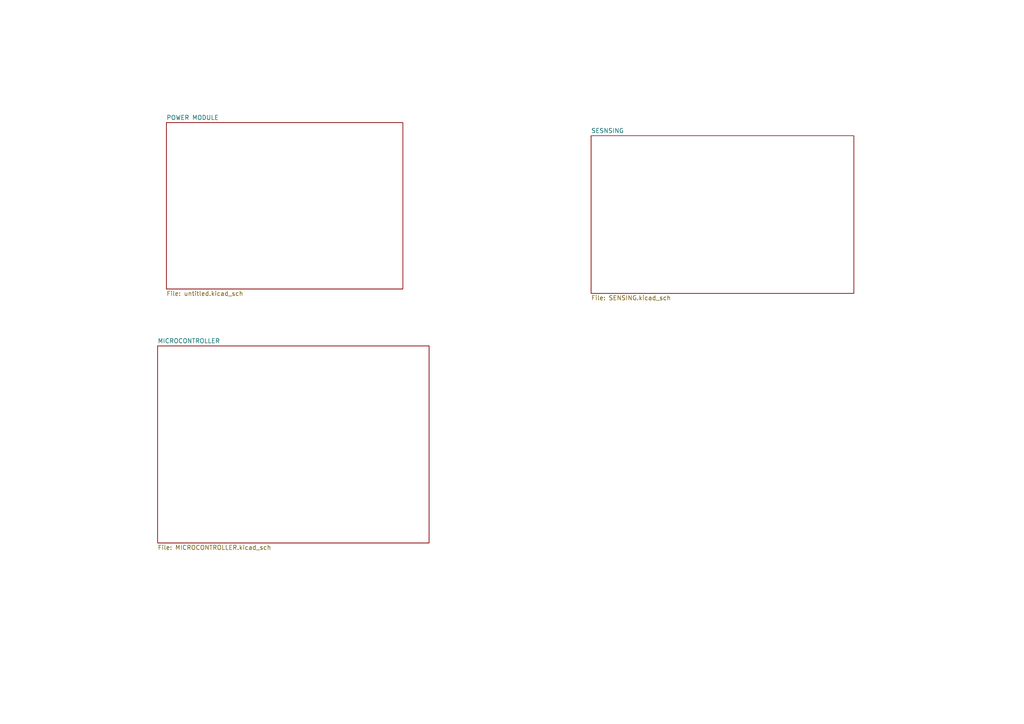
<source format=kicad_sch>
(kicad_sch (version 20230121) (generator eeschema)
  (paper "A4")
  (lib_symbols)
  (sheet (at 171.45 39.37) (size 76.2 45.72) (stroke (width 0.1524))
    (property "Sheetname" "SESNSING" (at 171.45 38.6584 0) (effects (justify left bottom)))
    (property "Sheetfile" "SENSING.kicad_sch" (at 171.45 85.6746 0) (effects (justify left top)))
  )
  (sheet (at 48.26 35.56) (size 68.58 48.26) (stroke (width 0.1524))
    (property "Sheetname" "POWER MODULE" (at 48.26 34.8484 0) (effects (justify left bottom)))
    (property "Sheetfile" "untitled.kicad_sch" (at 48.26 84.4046 0) (effects (justify left top)))
  )
  (sheet (at 45.72 100.33) (size 78.74 57.15) (stroke (width 0.1524))
    (property "Sheetname" "MICROCONTROLLER" (at 45.72 99.6184 0) (effects (justify left bottom)))
    (property "Sheetfile" "MICROCONTROLLER.kicad_sch" (at 45.72 158.0646 0) (effects (justify left top)))
  )
)
</source>
